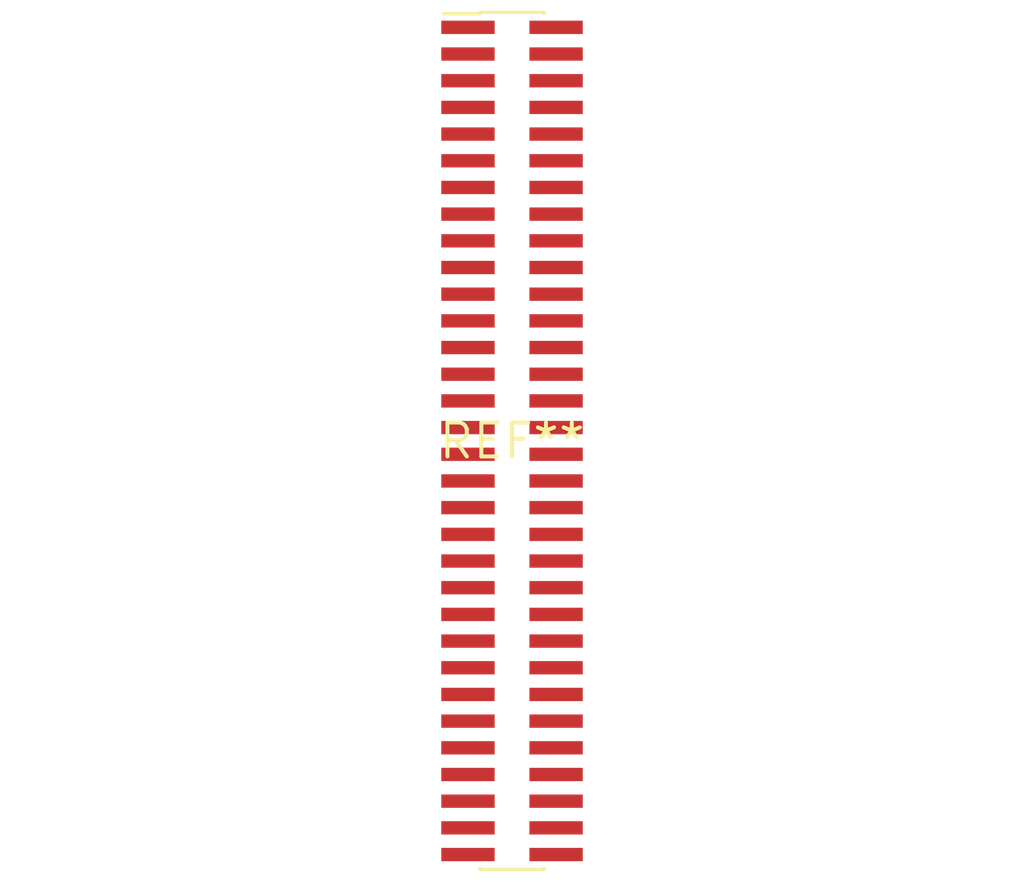
<source format=kicad_pcb>
(kicad_pcb (version 20240108) (generator pcbnew)
  (layers (0 "F.Cu" signal) (31 "B.Cu" signal) (34 "B.Paste" user) (35 "F.Paste" user) (36 "B.SilkS" user "B.Silkscreen") (37 "F.SilkS" user "F.Silkscreen") (38 "B.Mask" user) (39 "F.Mask" user) (44 "Edge.Cuts" user))
  (net 0 "")
  (footprint "PinHeader_2x32_P1.00mm_Vertical_SMD" (layer "F.Cu") (at 0 0)
    (property "Reference" "REF**")
    (property "Value" "PinHeader_2x32_P1.00mm_Vertical_SMD")
    (fp_line (start -2.59 -16.01) (end -1.21 -16.01) (layer "F.SilkS") (stroke (width 0.12)))
    (fp_line (start -1.21 -16.06) (end -1.21 -16.01) (layer "F.SilkS") (stroke (width 0.12)))
    (fp_line (start -1.21 -16.06) (end 1.21 -16.06) (layer "F.SilkS") (stroke (width 0.12)))
    (fp_line (start -1.21 16.01) (end -1.21 16.06) (layer "F.SilkS") (stroke (width 0.12)))
    (fp_line (start -1.21 16.06) (end 1.21 16.06) (layer "F.SilkS") (stroke (width 0.12)))
    (fp_line (start 1.21 -16.06) (end 1.21 -16.01) (layer "F.SilkS") (stroke (width 0.12)))
    (fp_line (start 1.21 16.01) (end 1.21 16.06) (layer "F.SilkS") (stroke (width 0.12)))
    (pad "1" smd rect (at -1.65 -15.5) (size 2 0.5) (layers "F.Cu" "F.Paste" "F.Mask"))
    (pad "2" smd rect (at 1.65 -15.5) (size 2 0.5) (layers "F.Cu" "F.Paste" "F.Mask"))
    (pad "3" smd rect (at -1.65 -14.5) (size 2 0.5) (layers "F.Cu" "F.Paste" "F.Mask"))
    (pad "4" smd rect (at 1.65 -14.5) (size 2 0.5) (layers "F.Cu" "F.Paste" "F.Mask"))
    (pad "5" smd rect (at -1.65 -13.5) (size 2 0.5) (layers "F.Cu" "F.Paste" "F.Mask"))
    (pad "6" smd rect (at 1.65 -13.5) (size 2 0.5) (layers "F.Cu" "F.Paste" "F.Mask"))
    (pad "7" smd rect (at -1.65 -12.5) (size 2 0.5) (layers "F.Cu" "F.Paste" "F.Mask"))
    (pad "8" smd rect (at 1.65 -12.5) (size 2 0.5) (layers "F.Cu" "F.Paste" "F.Mask"))
    (pad "9" smd rect (at -1.65 -11.5) (size 2 0.5) (layers "F.Cu" "F.Paste" "F.Mask"))
    (pad "10" smd rect (at 1.65 -11.5) (size 2 0.5) (layers "F.Cu" "F.Paste" "F.Mask"))
    (pad "11" smd rect (at -1.65 -10.5) (size 2 0.5) (layers "F.Cu" "F.Paste" "F.Mask"))
    (pad "12" smd rect (at 1.65 -10.5) (size 2 0.5) (layers "F.Cu" "F.Paste" "F.Mask"))
    (pad "13" smd rect (at -1.65 -9.5) (size 2 0.5) (layers "F.Cu" "F.Paste" "F.Mask"))
    (pad "14" smd rect (at 1.65 -9.5) (size 2 0.5) (layers "F.Cu" "F.Paste" "F.Mask"))
    (pad "15" smd rect (at -1.65 -8.5) (size 2 0.5) (layers "F.Cu" "F.Paste" "F.Mask"))
    (pad "16" smd rect (at 1.65 -8.5) (size 2 0.5) (layers "F.Cu" "F.Paste" "F.Mask"))
    (pad "17" smd rect (at -1.65 -7.5) (size 2 0.5) (layers "F.Cu" "F.Paste" "F.Mask"))
    (pad "18" smd rect (at 1.65 -7.5) (size 2 0.5) (layers "F.Cu" "F.Paste" "F.Mask"))
    (pad "19" smd rect (at -1.65 -6.5) (size 2 0.5) (layers "F.Cu" "F.Paste" "F.Mask"))
    (pad "20" smd rect (at 1.65 -6.5) (size 2 0.5) (layers "F.Cu" "F.Paste" "F.Mask"))
    (pad "21" smd rect (at -1.65 -5.5) (size 2 0.5) (layers "F.Cu" "F.Paste" "F.Mask"))
    (pad "22" smd rect (at 1.65 -5.5) (size 2 0.5) (layers "F.Cu" "F.Paste" "F.Mask"))
    (pad "23" smd rect (at -1.65 -4.5) (size 2 0.5) (layers "F.Cu" "F.Paste" "F.Mask"))
    (pad "24" smd rect (at 1.65 -4.5) (size 2 0.5) (layers "F.Cu" "F.Paste" "F.Mask"))
    (pad "25" smd rect (at -1.65 -3.5) (size 2 0.5) (layers "F.Cu" "F.Paste" "F.Mask"))
    (pad "26" smd rect (at 1.65 -3.5) (size 2 0.5) (layers "F.Cu" "F.Paste" "F.Mask"))
    (pad "27" smd rect (at -1.65 -2.5) (size 2 0.5) (layers "F.Cu" "F.Paste" "F.Mask"))
    (pad "28" smd rect (at 1.65 -2.5) (size 2 0.5) (layers "F.Cu" "F.Paste" "F.Mask"))
    (pad "29" smd rect (at -1.65 -1.5) (size 2 0.5) (layers "F.Cu" "F.Paste" "F.Mask"))
    (pad "30" smd rect (at 1.65 -1.5) (size 2 0.5) (layers "F.Cu" "F.Paste" "F.Mask"))
    (pad "31" smd rect (at -1.65 -0.5) (size 2 0.5) (layers "F.Cu" "F.Paste" "F.Mask"))
    (pad "32" smd rect (at 1.65 -0.5) (size 2 0.5) (layers "F.Cu" "F.Paste" "F.Mask"))
    (pad "33" smd rect (at -1.65 0.5) (size 2 0.5) (layers "F.Cu" "F.Paste" "F.Mask"))
    (pad "34" smd rect (at 1.65 0.5) (size 2 0.5) (layers "F.Cu" "F.Paste" "F.Mask"))
    (pad "35" smd rect (at -1.65 1.5) (size 2 0.5) (layers "F.Cu" "F.Paste" "F.Mask"))
    (pad "36" smd rect (at 1.65 1.5) (size 2 0.5) (layers "F.Cu" "F.Paste" "F.Mask"))
    (pad "37" smd rect (at -1.65 2.5) (size 2 0.5) (layers "F.Cu" "F.Paste" "F.Mask"))
    (pad "38" smd rect (at 1.65 2.5) (size 2 0.5) (layers "F.Cu" "F.Paste" "F.Mask"))
    (pad "39" smd rect (at -1.65 3.5) (size 2 0.5) (layers "F.Cu" "F.Paste" "F.Mask"))
    (pad "40" smd rect (at 1.65 3.5) (size 2 0.5) (layers "F.Cu" "F.Paste" "F.Mask"))
    (pad "41" smd rect (at -1.65 4.5) (size 2 0.5) (layers "F.Cu" "F.Paste" "F.Mask"))
    (pad "42" smd rect (at 1.65 4.5) (size 2 0.5) (layers "F.Cu" "F.Paste" "F.Mask"))
    (pad "43" smd rect (at -1.65 5.5) (size 2 0.5) (layers "F.Cu" "F.Paste" "F.Mask"))
    (pad "44" smd rect (at 1.65 5.5) (size 2 0.5) (layers "F.Cu" "F.Paste" "F.Mask"))
    (pad "45" smd rect (at -1.65 6.5) (size 2 0.5) (layers "F.Cu" "F.Paste" "F.Mask"))
    (pad "46" smd rect (at 1.65 6.5) (size 2 0.5) (layers "F.Cu" "F.Paste" "F.Mask"))
    (pad "47" smd rect (at -1.65 7.5) (size 2 0.5) (layers "F.Cu" "F.Paste" "F.Mask"))
    (pad "48" smd rect (at 1.65 7.5) (size 2 0.5) (layers "F.Cu" "F.Paste" "F.Mask"))
    (pad "49" smd rect (at -1.65 8.5) (size 2 0.5) (layers "F.Cu" "F.Paste" "F.Mask"))
    (pad "50" smd rect (at 1.65 8.5) (size 2 0.5) (layers "F.Cu" "F.Paste" "F.Mask"))
    (pad "51" smd rect (at -1.65 9.5) (size 2 0.5) (layers "F.Cu" "F.Paste" "F.Mask"))
    (pad "52" smd rect (at 1.65 9.5) (size 2 0.5) (layers "F.Cu" "F.Paste" "F.Mask"))
    (pad "53" smd rect (at -1.65 10.5) (size 2 0.5) (layers "F.Cu" "F.Paste" "F.Mask"))
    (pad "54" smd rect (at 1.65 10.5) (size 2 0.5) (layers "F.Cu" "F.Paste" "F.Mask"))
    (pad "55" smd rect (at -1.65 11.5) (size 2 0.5) (layers "F.Cu" "F.Paste" "F.Mask"))
    (pad "56" smd rect (at 1.65 11.5) (size 2 0.5) (layers "F.Cu" "F.Paste" "F.Mask"))
    (pad "57" smd rect (at -1.65 12.5) (size 2 0.5) (layers "F.Cu" "F.Paste" "F.Mask"))
    (pad "58" smd rect (at 1.65 12.5) (size 2 0.5) (layers "F.Cu" "F.Paste" "F.Mask"))
    (pad "59" smd rect (at -1.65 13.5) (size 2 0.5) (layers "F.Cu" "F.Paste" "F.Mask"))
    (pad "60" smd rect (at 1.65 13.5) (size 2 0.5) (layers "F.Cu" "F.Paste" "F.Mask"))
    (pad "61" smd rect (at -1.65 14.5) (size 2 0.5) (layers "F.Cu" "F.Paste" "F.Mask"))
    (pad "62" smd rect (at 1.65 14.5) (size 2 0.5) (layers "F.Cu" "F.Paste" "F.Mask"))
    (pad "63" smd rect (at -1.65 15.5) (size 2 0.5) (layers "F.Cu" "F.Paste" "F.Mask"))
    (pad "64" smd rect (at 1.65 15.5) (size 2 0.5) (layers "F.Cu" "F.Paste" "F.Mask"))
  )
)
</source>
